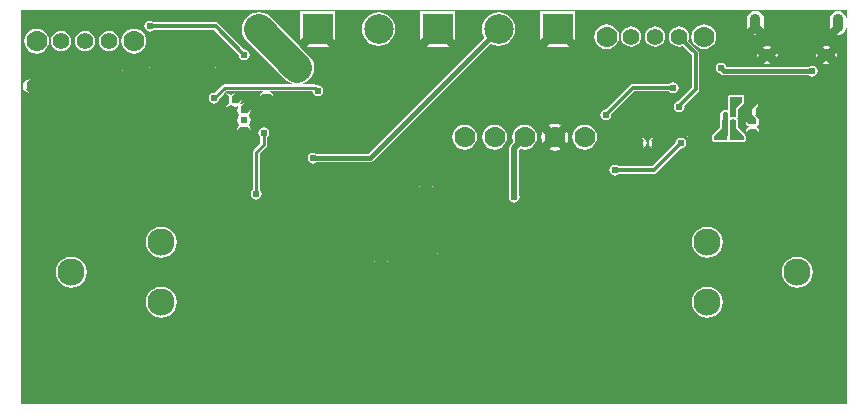
<source format=gbl>
G04 Layer_Physical_Order=2*
G04 Layer_Color=11436288*
%FSLAX25Y25*%
%MOIN*%
G70*
G01*
G75*
%ADD37C,0.02000*%
%ADD38C,0.10000*%
%ADD41C,0.01000*%
%ADD42C,0.01600*%
%ADD44C,0.01400*%
%ADD45C,0.01200*%
%ADD51C,0.01575*%
%ADD52C,0.07000*%
%ADD53O,0.04921X0.03740*%
%ADD54O,0.03543X0.06102*%
%ADD55C,0.05500*%
%ADD56C,0.09055*%
%ADD57C,0.01400*%
%ADD58R,0.09843X0.09843*%
%ADD59C,0.09843*%
%ADD60C,0.02400*%
G36*
X408500Y294500D02*
X133000D01*
Y426000D01*
X408500D01*
Y294500D01*
D02*
G37*
%LPC*%
G36*
X306934Y385444D02*
X306616Y384675D01*
X306461Y383500D01*
X306616Y382325D01*
X306934Y381556D01*
X308879Y383500D01*
X306934Y385444D01*
D02*
G37*
G36*
X223000Y379879D02*
X222898Y379777D01*
X223000Y379757D01*
X223101Y379777D01*
X223000Y379879D01*
D02*
G37*
G36*
X343792Y383248D02*
X343468Y383184D01*
X342877Y382789D01*
X342482Y382197D01*
X342343Y381500D01*
X342482Y380802D01*
X342877Y380211D01*
X343468Y379816D01*
X343792Y379752D01*
X343105Y380439D01*
X344165Y381500D01*
X343105Y382561D01*
X343792Y383248D01*
D02*
G37*
G36*
X315065Y385444D02*
X313121Y383500D01*
X315065Y381556D01*
X315384Y382325D01*
X315539Y383500D01*
X315384Y384675D01*
X315065Y385444D01*
D02*
G37*
G36*
X225223Y382101D02*
X225121Y382000D01*
X225223Y381898D01*
X225243Y382000D01*
X225223Y382101D01*
D02*
G37*
G36*
X220777D02*
X220757Y382000D01*
X220777Y381898D01*
X220879Y382000D01*
X220777Y382101D01*
D02*
G37*
G36*
X357499Y381678D02*
X357397Y381576D01*
X357499Y381556D01*
X357601Y381576D01*
X357499Y381678D01*
D02*
G37*
G36*
X340208Y383248D02*
X340895Y382561D01*
X339835Y381500D01*
X340895Y380439D01*
X340208Y379752D01*
X340532Y379816D01*
X341123Y380211D01*
X341518Y380802D01*
X341657Y381500D01*
X341518Y382197D01*
X341123Y382789D01*
X340532Y383184D01*
X340208Y383248D01*
D02*
G37*
G36*
X281000Y387635D02*
X279930Y387494D01*
X278932Y387081D01*
X278076Y386424D01*
X277419Y385568D01*
X277006Y384570D01*
X276865Y383500D01*
X277006Y382430D01*
X277419Y381432D01*
X278076Y380576D01*
X278932Y379919D01*
X279930Y379505D01*
X281000Y379365D01*
X282070Y379505D01*
X283068Y379919D01*
X283924Y380576D01*
X284581Y381432D01*
X284994Y382430D01*
X285135Y383500D01*
X284994Y384570D01*
X284581Y385568D01*
X283924Y386424D01*
X283068Y387081D01*
X282070Y387494D01*
X281000Y387635D01*
D02*
G37*
G36*
X311000Y381379D02*
X309056Y379434D01*
X309825Y379116D01*
X311000Y378961D01*
X312175Y379116D01*
X312944Y379434D01*
X311000Y381379D01*
D02*
G37*
G36*
X352232Y373243D02*
X352131Y373223D01*
X352232Y373121D01*
X352334Y373223D01*
X352232Y373243D01*
D02*
G37*
G36*
X291000Y387635D02*
X289930Y387494D01*
X288932Y387081D01*
X288076Y386424D01*
X287419Y385568D01*
X287005Y384570D01*
X286865Y383500D01*
X287005Y382430D01*
X287419Y381432D01*
X288076Y380576D01*
X288932Y379919D01*
X289930Y379505D01*
X291000Y379365D01*
X292070Y379505D01*
X293068Y379919D01*
X293924Y380576D01*
X294581Y381432D01*
X294994Y382430D01*
X295135Y383500D01*
X294994Y384570D01*
X294581Y385568D01*
X293924Y386424D01*
X293068Y387081D01*
X292070Y387494D01*
X291000Y387635D01*
D02*
G37*
G36*
X353000Y383335D02*
X352298Y383195D01*
X351702Y382798D01*
X351304Y382202D01*
X351165Y381500D01*
X351182Y381412D01*
X343493Y373724D01*
X332347D01*
X332298Y373798D01*
X331702Y374196D01*
X331000Y374335D01*
X330298Y374196D01*
X329702Y373798D01*
X329304Y373202D01*
X329165Y372500D01*
X329304Y371798D01*
X329702Y371202D01*
X330298Y370804D01*
X331000Y370665D01*
X331702Y370804D01*
X332298Y371202D01*
X332347Y371276D01*
X344000D01*
X344468Y371370D01*
X344865Y371635D01*
X352912Y379682D01*
X353000Y379665D01*
X353702Y379804D01*
X354298Y380202D01*
X354696Y380798D01*
X354835Y381500D01*
X354696Y382202D01*
X354298Y382798D01*
X353702Y383195D01*
X353000Y383335D01*
D02*
G37*
G36*
X321000Y387635D02*
X319930Y387494D01*
X318932Y387081D01*
X318076Y386424D01*
X317419Y385568D01*
X317005Y384570D01*
X316865Y383500D01*
X317005Y382430D01*
X317419Y381432D01*
X318076Y380576D01*
X318932Y379919D01*
X319930Y379505D01*
X321000Y379365D01*
X322070Y379505D01*
X323068Y379919D01*
X323924Y380576D01*
X324581Y381432D01*
X324994Y382430D01*
X325135Y383500D01*
X324994Y384570D01*
X324581Y385568D01*
X323924Y386424D01*
X323068Y387081D01*
X322070Y387494D01*
X321000Y387635D01*
D02*
G37*
G36*
X301000D02*
X299930Y387494D01*
X298932Y387081D01*
X298076Y386424D01*
X297419Y385568D01*
X297006Y384570D01*
X296865Y383500D01*
X297006Y382430D01*
X297186Y381993D01*
X296346Y381153D01*
X295993Y380624D01*
X295869Y380000D01*
Y364298D01*
X295804Y364202D01*
X295665Y363500D01*
X295804Y362798D01*
X296202Y362202D01*
X296798Y361804D01*
X297500Y361665D01*
X298202Y361804D01*
X298798Y362202D01*
X299196Y362798D01*
X299335Y363500D01*
X299196Y364202D01*
X299131Y364298D01*
Y379324D01*
X299493Y379686D01*
X299930Y379505D01*
X301000Y379365D01*
X302070Y379505D01*
X303068Y379919D01*
X303924Y380576D01*
X304581Y381432D01*
X304994Y382430D01*
X305135Y383500D01*
X304994Y384570D01*
X304581Y385568D01*
X303924Y386424D01*
X303068Y387081D01*
X302070Y387494D01*
X301000Y387635D01*
D02*
G37*
G36*
X338223Y386389D02*
X338121Y386287D01*
X338223Y386186D01*
X338243Y386287D01*
X338223Y386389D01*
D02*
G37*
G36*
X333777D02*
X333757Y386287D01*
X333777Y386186D01*
X333879Y386287D01*
X333777Y386389D01*
D02*
G37*
G36*
X357499Y386042D02*
X357397Y386022D01*
X357499Y385920D01*
X357601Y386022D01*
X357499Y386042D01*
D02*
G37*
G36*
X378879Y394901D02*
X377717Y393738D01*
X376555Y392576D01*
X376657Y392556D01*
X376917Y392608D01*
X376756Y391799D01*
X376906Y391042D01*
X376882Y391038D01*
X378044Y389875D01*
X375923Y387754D01*
X374760Y388916D01*
X374740Y388815D01*
X374911Y387956D01*
X375397Y387229D01*
X375662Y387052D01*
X375413Y386885D01*
X374927Y386157D01*
X374756Y385299D01*
X374776Y385197D01*
X375938Y386360D01*
X376999Y385299D01*
X378060Y386360D01*
X379222Y385197D01*
X379242Y385299D01*
X379071Y386157D01*
X378585Y386885D01*
X378320Y387062D01*
X378569Y387229D01*
X379056Y387956D01*
X379226Y388815D01*
X379076Y389571D01*
X379101Y389576D01*
X377938Y390738D01*
X378999Y391799D01*
X377938Y392860D01*
X379101Y394022D01*
X378999Y394042D01*
X378739Y393990D01*
X378900Y394799D01*
X378879Y394901D01*
D02*
G37*
G36*
X354277Y391102D02*
X354257Y391000D01*
X354277Y390898D01*
X354379Y391000D01*
X354277Y391102D01*
D02*
G37*
G36*
X356500Y388879D02*
X356398Y388777D01*
X356500Y388757D01*
X356602Y388777D01*
X356500Y388879D01*
D02*
G37*
G36*
X336000Y388530D02*
X335898Y388510D01*
X336000Y388409D01*
X336102Y388510D01*
X336000Y388530D01*
D02*
G37*
G36*
X207429Y394743D02*
X206571Y394572D01*
X205843Y394086D01*
X205357Y393358D01*
X205186Y392500D01*
X205357Y391642D01*
X205843Y390914D01*
X205966Y390831D01*
X205788Y390712D01*
X205302Y389984D01*
X205131Y389126D01*
X205302Y388267D01*
X205788Y387540D01*
X205805Y387529D01*
X205357Y386858D01*
X205186Y386000D01*
X205206Y385898D01*
X206368Y387061D01*
X207429Y386000D01*
X208490Y387061D01*
X209652Y385898D01*
X209672Y386000D01*
X209501Y386858D01*
X209015Y387586D01*
X208998Y387597D01*
X209446Y388267D01*
X209617Y389126D01*
X209446Y389984D01*
X208960Y390712D01*
X208837Y390794D01*
X209015Y390914D01*
X209501Y391642D01*
X209672Y392500D01*
X209652Y392601D01*
X208490Y391439D01*
X206368Y393561D01*
X207531Y394723D01*
X207429Y394743D01*
D02*
G37*
G36*
X359722Y383901D02*
X359620Y383799D01*
X359722Y383697D01*
X359742Y383799D01*
X359722Y383901D01*
D02*
G37*
G36*
X355276D02*
X355256Y383799D01*
X355276Y383697D01*
X355378Y383799D01*
X355276Y383901D01*
D02*
G37*
G36*
X376999Y383178D02*
X376897Y383076D01*
X376999Y383056D01*
X377101Y383076D01*
X376999Y383178D01*
D02*
G37*
G36*
X207429Y383879D02*
X207328Y383777D01*
X207429Y383757D01*
X207531Y383777D01*
X207429Y383879D01*
D02*
G37*
G36*
X311000Y388039D02*
X309825Y387884D01*
X309056Y387565D01*
X311000Y385621D01*
X312944Y387565D01*
X312175Y387884D01*
X311000Y388039D01*
D02*
G37*
G36*
X223000Y384243D02*
X222898Y384223D01*
X223000Y384121D01*
X223101Y384223D01*
X223000Y384243D01*
D02*
G37*
G36*
X336000Y384166D02*
X335898Y384064D01*
X336000Y384044D01*
X336102Y384064D01*
X336000Y384166D01*
D02*
G37*
G36*
X179882Y353672D02*
X178543Y353496D01*
X177296Y352979D01*
X176225Y352157D01*
X175403Y351086D01*
X174886Y349839D01*
X174710Y348500D01*
X174886Y347161D01*
X175403Y345914D01*
X176225Y344843D01*
X177296Y344021D01*
X178543Y343504D01*
X179882Y343328D01*
X181220Y343504D01*
X182468Y344021D01*
X183539Y344843D01*
X184361Y345914D01*
X184878Y347161D01*
X185054Y348500D01*
X184878Y349839D01*
X184361Y351086D01*
X183539Y352157D01*
X182468Y352979D01*
X181220Y353496D01*
X179882Y353672D01*
D02*
G37*
G36*
X274266Y342601D02*
X274165Y342500D01*
X274266Y342398D01*
X274286Y342500D01*
X274266Y342601D01*
D02*
G37*
G36*
X269820D02*
X269800Y342500D01*
X269820Y342398D01*
X269922Y342500D01*
X269820Y342601D01*
D02*
G37*
G36*
X361882Y353672D02*
X360543Y353496D01*
X359296Y352979D01*
X358225Y352157D01*
X357403Y351086D01*
X356886Y349839D01*
X356710Y348500D01*
X356886Y347161D01*
X357403Y345914D01*
X358225Y344843D01*
X359296Y344021D01*
X360543Y343504D01*
X361882Y343328D01*
X363221Y343504D01*
X364468Y344021D01*
X365539Y344843D01*
X366361Y345914D01*
X366878Y347161D01*
X367054Y348500D01*
X366878Y349839D01*
X366361Y351086D01*
X365539Y352157D01*
X364468Y352979D01*
X363221Y353496D01*
X361882Y353672D01*
D02*
G37*
G36*
X268500Y350379D02*
X268398Y350277D01*
X268500Y350257D01*
X268601Y350277D01*
X268500Y350379D01*
D02*
G37*
G36*
X272043Y344743D02*
X271942Y344723D01*
X272043Y344621D01*
X272145Y344723D01*
X272043Y344743D01*
D02*
G37*
G36*
X253144Y344387D02*
X253043Y344367D01*
X253144Y344265D01*
X253246Y344367D01*
X253144Y344387D01*
D02*
G37*
G36*
X255367Y342246D02*
X255265Y342144D01*
X255367Y342042D01*
X255387Y342144D01*
X255367Y342246D01*
D02*
G37*
G36*
X149882Y343672D02*
X148543Y343496D01*
X147296Y342979D01*
X146225Y342157D01*
X145403Y341086D01*
X144886Y339839D01*
X144710Y338500D01*
X144886Y337161D01*
X145403Y335914D01*
X146225Y334843D01*
X147296Y334021D01*
X148543Y333504D01*
X149882Y333328D01*
X151221Y333504D01*
X152468Y334021D01*
X153539Y334843D01*
X154361Y335914D01*
X154877Y337161D01*
X155054Y338500D01*
X154877Y339839D01*
X154361Y341086D01*
X153539Y342157D01*
X152468Y342979D01*
X151221Y343496D01*
X149882Y343672D01*
D02*
G37*
G36*
X361882Y333672D02*
X360543Y333496D01*
X359296Y332979D01*
X358225Y332157D01*
X357403Y331086D01*
X356886Y329839D01*
X356710Y328500D01*
X356886Y327161D01*
X357403Y325914D01*
X358225Y324843D01*
X359296Y324021D01*
X360543Y323504D01*
X361882Y323328D01*
X363221Y323504D01*
X364468Y324021D01*
X365539Y324843D01*
X366361Y325914D01*
X366878Y327161D01*
X367054Y328500D01*
X366878Y329839D01*
X366361Y331086D01*
X365539Y332157D01*
X364468Y332979D01*
X363221Y333496D01*
X361882Y333672D01*
D02*
G37*
G36*
X179882D02*
X178543Y333496D01*
X177296Y332979D01*
X176225Y332157D01*
X175403Y331086D01*
X174886Y329839D01*
X174710Y328500D01*
X174886Y327161D01*
X175403Y325914D01*
X176225Y324843D01*
X177296Y324021D01*
X178543Y323504D01*
X179882Y323328D01*
X181220Y323504D01*
X182468Y324021D01*
X183539Y324843D01*
X184361Y325914D01*
X184878Y327161D01*
X185054Y328500D01*
X184878Y329839D01*
X184361Y331086D01*
X183539Y332157D01*
X182468Y332979D01*
X181220Y333496D01*
X179882Y333672D01*
D02*
G37*
G36*
X391882Y343672D02*
X390543Y343496D01*
X389296Y342979D01*
X388225Y342157D01*
X387403Y341086D01*
X386886Y339839D01*
X386710Y338500D01*
X386886Y337161D01*
X387403Y335914D01*
X388225Y334843D01*
X389296Y334021D01*
X390543Y333504D01*
X391882Y333328D01*
X393220Y333504D01*
X394468Y334021D01*
X395539Y334843D01*
X396361Y335914D01*
X396878Y337161D01*
X397054Y338500D01*
X396878Y339839D01*
X396361Y341086D01*
X395539Y342157D01*
X394468Y342979D01*
X393220Y343496D01*
X391882Y343672D01*
D02*
G37*
G36*
X250921Y342246D02*
X250901Y342144D01*
X250921Y342042D01*
X251023Y342144D01*
X250921Y342246D01*
D02*
G37*
G36*
X272043Y340379D02*
X271942Y340277D01*
X272043Y340257D01*
X272145Y340277D01*
X272043Y340379D01*
D02*
G37*
G36*
X253144Y340023D02*
X253043Y339921D01*
X253144Y339901D01*
X253246Y339921D01*
X253144Y340023D01*
D02*
G37*
G36*
X270341Y367220D02*
X270239Y367118D01*
X270341Y367017D01*
X270361Y367118D01*
X270341Y367220D01*
D02*
G37*
G36*
X265895D02*
X265875Y367118D01*
X265895Y367017D01*
X265997Y367118D01*
X265895Y367220D01*
D02*
G37*
G36*
X268118Y364997D02*
X268017Y364895D01*
X268118Y364875D01*
X268220Y364895D01*
X268118Y364997D01*
D02*
G37*
G36*
X352232Y368879D02*
X352131Y368777D01*
X352232Y368757D01*
X352334Y368777D01*
X352232Y368879D01*
D02*
G37*
G36*
X354455Y371101D02*
X354353Y371000D01*
X354455Y370898D01*
X354475Y371000D01*
X354455Y371101D01*
D02*
G37*
G36*
X350009D02*
X349989Y371000D01*
X350009Y370898D01*
X350111Y371000D01*
X350009Y371101D01*
D02*
G37*
G36*
X268118Y369361D02*
X268017Y369341D01*
X268118Y369239D01*
X268220Y369341D01*
X268118Y369361D01*
D02*
G37*
G36*
X241500Y363086D02*
X241398Y363065D01*
X241500Y362964D01*
X241601Y363065D01*
X241500Y363086D01*
D02*
G37*
G36*
X268500Y354743D02*
X268398Y354723D01*
X268500Y354621D01*
X268601Y354723D01*
X268500Y354743D01*
D02*
G37*
G36*
X270723Y352602D02*
X270621Y352500D01*
X270723Y352398D01*
X270743Y352500D01*
X270723Y352602D01*
D02*
G37*
G36*
X266277D02*
X266257Y352500D01*
X266277Y352398D01*
X266379Y352500D01*
X266277Y352602D01*
D02*
G37*
G36*
X241500Y358721D02*
X241398Y358620D01*
X241500Y358599D01*
X241601Y358620D01*
X241500Y358721D01*
D02*
G37*
G36*
X214000Y386835D02*
X213298Y386696D01*
X212702Y386298D01*
X212304Y385702D01*
X212165Y385000D01*
X212304Y384298D01*
X212702Y383702D01*
X212878Y383584D01*
Y381465D01*
X210707Y379293D01*
X210464Y378929D01*
X210378Y378500D01*
X210378Y378500D01*
Y365915D01*
X210202Y365798D01*
X209804Y365202D01*
X209665Y364500D01*
X209804Y363798D01*
X210202Y363202D01*
X210798Y362804D01*
X211500Y362665D01*
X212202Y362804D01*
X212798Y363202D01*
X213195Y363798D01*
X213335Y364500D01*
X213195Y365202D01*
X212798Y365798D01*
X212621Y365915D01*
Y378035D01*
X214793Y380207D01*
X214793Y380207D01*
X215036Y380571D01*
X215122Y381000D01*
Y383584D01*
X215298Y383702D01*
X215696Y384298D01*
X215835Y385000D01*
X215696Y385702D01*
X215298Y386298D01*
X214702Y386696D01*
X214000Y386835D01*
D02*
G37*
G36*
X243723Y360944D02*
X243621Y360842D01*
X243723Y360741D01*
X243743Y360842D01*
X243723Y360944D01*
D02*
G37*
G36*
X239277D02*
X239257Y360842D01*
X239277Y360741D01*
X239379Y360842D01*
X239277Y360944D01*
D02*
G37*
G36*
X358723Y391102D02*
X358621Y391000D01*
X358723Y390898D01*
X358743Y391000D01*
X358723Y391102D01*
D02*
G37*
G36*
X138300Y419635D02*
X137230Y419494D01*
X136232Y419081D01*
X135376Y418424D01*
X134719Y417568D01*
X134306Y416570D01*
X134165Y415500D01*
X134306Y414430D01*
X134719Y413432D01*
X135376Y412576D01*
X136232Y411919D01*
X137230Y411506D01*
X138300Y411365D01*
X139370Y411506D01*
X140368Y411919D01*
X141224Y412576D01*
X141881Y413432D01*
X142294Y414430D01*
X142435Y415500D01*
X142294Y416570D01*
X141881Y417568D01*
X141224Y418424D01*
X140368Y419081D01*
X139370Y419494D01*
X138300Y419635D01*
D02*
G37*
G36*
X170700D02*
X169630Y419494D01*
X168632Y419081D01*
X167776Y418424D01*
X167119Y417568D01*
X166706Y416570D01*
X166565Y415500D01*
X166706Y414430D01*
X167119Y413432D01*
X167776Y412576D01*
X168632Y411919D01*
X169630Y411506D01*
X170700Y411365D01*
X171770Y411506D01*
X172768Y411919D01*
X173624Y412576D01*
X174281Y413432D01*
X174694Y414430D01*
X174835Y415500D01*
X174694Y416570D01*
X174281Y417568D01*
X173624Y418424D01*
X172768Y419081D01*
X171770Y419494D01*
X170700Y419635D01*
D02*
G37*
G36*
X381874Y411413D02*
X381283Y410823D01*
X381874Y410232D01*
X382465Y410823D01*
X381874Y411413D01*
D02*
G37*
G36*
X401559D02*
X400969Y410823D01*
X401559Y410232D01*
X402150Y410823D01*
X401559Y411413D01*
D02*
G37*
G36*
X162500Y418879D02*
X161625Y418764D01*
X160810Y418426D01*
X160111Y417889D01*
X159574Y417189D01*
X159236Y416374D01*
X159121Y415500D01*
X159236Y414625D01*
X159574Y413810D01*
X160111Y413111D01*
X160810Y412574D01*
X161625Y412236D01*
X162500Y412121D01*
X163374Y412236D01*
X164189Y412574D01*
X164889Y413111D01*
X165426Y413810D01*
X165764Y414625D01*
X165879Y415500D01*
X165764Y416374D01*
X165426Y417189D01*
X164889Y417889D01*
X164189Y418426D01*
X163374Y418764D01*
X162500Y418879D01*
D02*
G37*
G36*
X382465Y413718D02*
X381283D01*
X380600Y413628D01*
X381874Y412354D01*
X383148Y413628D01*
X382465Y413718D01*
D02*
G37*
G36*
X146500Y418879D02*
X145625Y418764D01*
X144810Y418426D01*
X144111Y417889D01*
X143574Y417189D01*
X143236Y416374D01*
X143121Y415500D01*
X143236Y414625D01*
X143574Y413810D01*
X144111Y413111D01*
X144810Y412574D01*
X145625Y412236D01*
X146500Y412121D01*
X147374Y412236D01*
X148189Y412574D01*
X148889Y413111D01*
X149426Y413810D01*
X149764Y414625D01*
X149879Y415500D01*
X149764Y416374D01*
X149426Y417189D01*
X148889Y417889D01*
X148189Y418426D01*
X147374Y418764D01*
X146500Y418879D01*
D02*
G37*
G36*
X154500D02*
X153625Y418764D01*
X152811Y418426D01*
X152111Y417889D01*
X151574Y417189D01*
X151236Y416374D01*
X151121Y415500D01*
X151236Y414625D01*
X151574Y413810D01*
X152111Y413111D01*
X152811Y412574D01*
X153625Y412236D01*
X154500Y412121D01*
X155375Y412236D01*
X156189Y412574D01*
X156889Y413111D01*
X157426Y413810D01*
X157764Y414625D01*
X157879Y415500D01*
X157764Y416374D01*
X157426Y417189D01*
X156889Y417889D01*
X156189Y418426D01*
X155375Y418764D01*
X154500Y418879D01*
D02*
G37*
G36*
X401559Y409292D02*
X400285Y408018D01*
X400969Y407928D01*
X402150D01*
X402833Y408018D01*
X401559Y409292D01*
D02*
G37*
G36*
X176000Y422335D02*
X175298Y422195D01*
X174702Y421798D01*
X174304Y421202D01*
X174165Y420500D01*
X174304Y419798D01*
X174702Y419202D01*
X175298Y418804D01*
X176000Y418665D01*
X176702Y418804D01*
X177256Y419174D01*
X197451D01*
X205674Y410951D01*
X205804Y410298D01*
X206202Y409702D01*
X206798Y409304D01*
X207500Y409165D01*
X208202Y409304D01*
X208798Y409702D01*
X209195Y410298D01*
X209335Y411000D01*
X209195Y411702D01*
X208798Y412298D01*
X208202Y412696D01*
X207549Y412825D01*
X198937Y421437D01*
X198507Y421725D01*
X198000Y421825D01*
X177256D01*
X176702Y422195D01*
X176000Y422335D01*
D02*
G37*
G36*
X354499Y407244D02*
X354397Y407224D01*
X354499Y407122D01*
X354601Y407224D01*
X354499Y407244D01*
D02*
G37*
G36*
X381874Y409292D02*
X380600Y408018D01*
X381283Y407928D01*
X382465D01*
X383148Y408018D01*
X381874Y409292D01*
D02*
G37*
G36*
X398164Y411506D02*
X398074Y410823D01*
X398164Y410139D01*
X398847Y410823D01*
X398164Y411506D01*
D02*
G37*
G36*
X404954D02*
X404271Y410823D01*
X404954Y410139D01*
X405044Y410823D01*
X404954Y411506D01*
D02*
G37*
G36*
X378479D02*
X378389Y410823D01*
X378479Y410139D01*
X379162Y410823D01*
X378479Y411506D01*
D02*
G37*
G36*
X385269D02*
X384586Y410823D01*
X385269Y410139D01*
X385359Y410823D01*
X385269Y411506D01*
D02*
G37*
G36*
X237921Y425421D02*
X226079D01*
Y415700D01*
X230939Y420561D01*
X232000Y419500D01*
X233061Y420561D01*
X237921Y415700D01*
Y425421D01*
D02*
G37*
G36*
X277921D02*
X266079D01*
Y415700D01*
X270939Y420561D01*
X272000Y419500D01*
X273061Y420561D01*
X277921Y415700D01*
Y425421D01*
D02*
G37*
G36*
X252315Y425069D02*
X250874Y424879D01*
X249531Y424323D01*
X248377Y423438D01*
X247492Y422284D01*
X246936Y420941D01*
X246746Y419500D01*
X246936Y418059D01*
X247492Y416715D01*
X248377Y415562D01*
X249531Y414677D01*
X250874Y414121D01*
X252315Y413931D01*
X253756Y414121D01*
X255099Y414677D01*
X256253Y415562D01*
X257138Y416715D01*
X257694Y418059D01*
X257884Y419500D01*
X257694Y420941D01*
X257138Y422284D01*
X256253Y423438D01*
X255099Y424323D01*
X253756Y424879D01*
X252315Y425069D01*
D02*
G37*
G36*
X292315D02*
X290874Y424879D01*
X289530Y424323D01*
X288377Y423438D01*
X287492Y422284D01*
X286936Y420941D01*
X286746Y419500D01*
X286936Y418059D01*
X287492Y416715D01*
X287501Y416704D01*
X248724Y377927D01*
X231604D01*
X231202Y378196D01*
X230500Y378335D01*
X229798Y378196D01*
X229202Y377798D01*
X228804Y377202D01*
X228665Y376500D01*
X228804Y375798D01*
X229202Y375202D01*
X229798Y374804D01*
X230500Y374665D01*
X231202Y374804D01*
X231604Y375073D01*
X249315D01*
X249315Y375073D01*
X249861Y375181D01*
X250324Y375491D01*
X289519Y414686D01*
X289530Y414677D01*
X290874Y414121D01*
X292315Y413931D01*
X293756Y414121D01*
X295099Y414677D01*
X296253Y415562D01*
X297138Y416715D01*
X297694Y418059D01*
X297884Y419500D01*
X297694Y420941D01*
X297138Y422284D01*
X296253Y423438D01*
X295099Y424323D01*
X293756Y424879D01*
X292315Y425069D01*
D02*
G37*
G36*
X405496Y425528D02*
X404773Y425432D01*
X404098Y425153D01*
X403519Y424709D01*
X403075Y424130D01*
X402796Y423456D01*
X402701Y422732D01*
Y420173D01*
X402779Y419577D01*
X404435Y421234D01*
X406557Y419112D01*
X404900Y417456D01*
X405496Y417378D01*
X406220Y417473D01*
X406894Y417752D01*
X407473Y418196D01*
X407917Y418775D01*
X408196Y419450D01*
X408292Y420173D01*
Y422732D01*
X408196Y423456D01*
X407917Y424130D01*
X407473Y424709D01*
X406894Y425153D01*
X406220Y425432D01*
X405496Y425528D01*
D02*
G37*
G36*
X377937D02*
X377213Y425432D01*
X376539Y425153D01*
X375960Y424709D01*
X375516Y424130D01*
X375237Y423456D01*
X375141Y422732D01*
Y420173D01*
X375220Y419577D01*
X376876Y421234D01*
X377937Y420173D01*
X378998Y421234D01*
X380654Y419577D01*
X380732Y420173D01*
Y422732D01*
X380637Y423456D01*
X380358Y424130D01*
X379914Y424709D01*
X379335Y425153D01*
X378660Y425432D01*
X377937Y425528D01*
D02*
G37*
G36*
X317921Y425421D02*
X306079D01*
Y415700D01*
X310939Y420561D01*
X312000Y419500D01*
X313061Y420561D01*
X317921Y415700D01*
Y425421D01*
D02*
G37*
G36*
X377937Y418052D02*
X377341Y417456D01*
X377937Y417378D01*
X378533Y417456D01*
X377937Y418052D01*
D02*
G37*
G36*
X360700Y421135D02*
X359630Y420994D01*
X358632Y420581D01*
X357776Y419924D01*
X357119Y419068D01*
X356705Y418070D01*
X356565Y417000D01*
X356705Y415930D01*
X357119Y414932D01*
X357776Y414076D01*
X358632Y413419D01*
X359630Y413005D01*
X360700Y412865D01*
X361770Y413005D01*
X362768Y413419D01*
X363624Y414076D01*
X364281Y414932D01*
X364694Y415930D01*
X364835Y417000D01*
X364694Y418070D01*
X364281Y419068D01*
X363624Y419924D01*
X362768Y420581D01*
X361770Y420994D01*
X360700Y421135D01*
D02*
G37*
G36*
X232000Y417379D02*
X228200Y413579D01*
X235800D01*
X232000Y417379D01*
D02*
G37*
G36*
X402150Y413718D02*
X400969D01*
X400285Y413628D01*
X401559Y412354D01*
X402833Y413628D01*
X402150Y413718D01*
D02*
G37*
G36*
X328300Y421135D02*
X327230Y420994D01*
X326232Y420581D01*
X325376Y419924D01*
X324719Y419068D01*
X324306Y418070D01*
X324165Y417000D01*
X324306Y415930D01*
X324719Y414932D01*
X325376Y414076D01*
X326232Y413419D01*
X327230Y413005D01*
X328300Y412865D01*
X329370Y413005D01*
X330368Y413419D01*
X331224Y414076D01*
X331881Y414932D01*
X332294Y415930D01*
X332435Y417000D01*
X332294Y418070D01*
X331881Y419068D01*
X331224Y419924D01*
X330368Y420581D01*
X329370Y420994D01*
X328300Y421135D01*
D02*
G37*
G36*
X336500Y420379D02*
X335625Y420264D01*
X334810Y419926D01*
X334111Y419389D01*
X333574Y418689D01*
X333236Y417874D01*
X333121Y417000D01*
X333236Y416125D01*
X333574Y415310D01*
X334111Y414611D01*
X334810Y414074D01*
X335625Y413736D01*
X336500Y413621D01*
X337374Y413736D01*
X338189Y414074D01*
X338889Y414611D01*
X339426Y415310D01*
X339764Y416125D01*
X339879Y417000D01*
X339764Y417874D01*
X339426Y418689D01*
X338889Y419389D01*
X338189Y419926D01*
X337374Y420264D01*
X336500Y420379D01*
D02*
G37*
G36*
X344500D02*
X343625Y420264D01*
X342811Y419926D01*
X342111Y419389D01*
X341574Y418689D01*
X341236Y417874D01*
X341121Y417000D01*
X341236Y416125D01*
X341574Y415310D01*
X342111Y414611D01*
X342811Y414074D01*
X343625Y413736D01*
X344500Y413621D01*
X345374Y413736D01*
X346189Y414074D01*
X346889Y414611D01*
X347426Y415310D01*
X347764Y416125D01*
X347879Y417000D01*
X347764Y417874D01*
X347426Y418689D01*
X346889Y419389D01*
X346189Y419926D01*
X345374Y420264D01*
X344500Y420379D01*
D02*
G37*
G36*
X272000Y417379D02*
X268200Y413579D01*
X275800D01*
X272000Y417379D01*
D02*
G37*
G36*
X312000D02*
X308200Y413579D01*
X315800D01*
X312000Y417379D01*
D02*
G37*
G36*
X136000Y402743D02*
X135142Y402572D01*
X134414Y402086D01*
X133928Y401358D01*
X133757Y400500D01*
X133928Y399642D01*
X134414Y398914D01*
X135142Y398428D01*
X136000Y398257D01*
X136101Y398277D01*
X134939Y399439D01*
X136000Y400500D01*
X134939Y401561D01*
X136101Y402723D01*
X136000Y402743D01*
D02*
G37*
G36*
X350500Y401835D02*
X349798Y401695D01*
X349202Y401298D01*
X349153Y401224D01*
X337000D01*
X336532Y401130D01*
X336135Y400865D01*
X328087Y392818D01*
X328000Y392835D01*
X327298Y392695D01*
X326702Y392298D01*
X326304Y391702D01*
X326165Y391000D01*
X326304Y390298D01*
X326702Y389702D01*
X327298Y389304D01*
X328000Y389165D01*
X328702Y389304D01*
X329298Y389702D01*
X329696Y390298D01*
X329835Y391000D01*
X329818Y391088D01*
X337507Y398776D01*
X349153D01*
X349202Y398702D01*
X349798Y398304D01*
X350500Y398165D01*
X351202Y398304D01*
X351798Y398702D01*
X352196Y399298D01*
X352335Y400000D01*
X352196Y400702D01*
X351798Y401298D01*
X351202Y401695D01*
X350500Y401835D01*
D02*
G37*
G36*
X204500Y398172D02*
X203642Y398001D01*
X203000Y397573D01*
X202358Y398001D01*
X201500Y398172D01*
X201398Y398152D01*
X202561Y396990D01*
X201500Y395929D01*
X202561Y394868D01*
X201398Y393706D01*
X201500Y393686D01*
X202358Y393857D01*
X203000Y394285D01*
X203642Y393857D01*
X204500Y393686D01*
X205358Y393857D01*
X206086Y394343D01*
X206572Y395071D01*
X206743Y395929D01*
X206723Y396031D01*
X205561Y394868D01*
X203439Y396990D01*
X204602Y398152D01*
X204500Y398172D01*
D02*
G37*
G36*
X138223Y400601D02*
X138121Y400500D01*
X138223Y400398D01*
X138243Y400500D01*
X138223Y400601D01*
D02*
G37*
G36*
X176000Y402379D02*
X175898Y402277D01*
X176000Y402257D01*
X176102Y402277D01*
X176000Y402379D01*
D02*
G37*
G36*
X167000Y401379D02*
X166898Y401277D01*
X167000Y401257D01*
X167102Y401277D01*
X167000Y401379D01*
D02*
G37*
G36*
X212315Y425148D02*
X210853Y424956D01*
X209491Y424392D01*
X208321Y423494D01*
X207423Y422324D01*
X206859Y420962D01*
X206667Y419500D01*
X206859Y418038D01*
X207423Y416676D01*
X208321Y415506D01*
X221164Y402664D01*
X222333Y401766D01*
X223695Y401202D01*
X224304Y401122D01*
X201000D01*
X201000Y401122D01*
X200571Y401036D01*
X200207Y400793D01*
X200207Y400793D01*
X197708Y398294D01*
X197500Y398335D01*
X196798Y398196D01*
X196202Y397798D01*
X195804Y397202D01*
X195665Y396500D01*
X195804Y395798D01*
X196202Y395202D01*
X196798Y394804D01*
X197500Y394665D01*
X198202Y394804D01*
X198798Y395202D01*
X199196Y395798D01*
X199335Y396500D01*
X199294Y396708D01*
X199536Y396950D01*
X199428Y396788D01*
X199295Y396123D01*
X200719Y398017D01*
X200642Y398001D01*
X200479Y397893D01*
X201465Y398878D01*
X213851D01*
X213414Y398586D01*
X212928Y397858D01*
X212757Y397000D01*
X212777Y396898D01*
X213939Y398061D01*
X215000Y397000D01*
X216061Y398061D01*
X217223Y396898D01*
X217243Y397000D01*
X217072Y397858D01*
X216586Y398586D01*
X216148Y398878D01*
X230189D01*
X230304Y398298D01*
X230702Y397702D01*
X231298Y397304D01*
X232000Y397165D01*
X232702Y397304D01*
X233298Y397702D01*
X233696Y398298D01*
X233835Y399000D01*
X233696Y399702D01*
X233298Y400298D01*
X232702Y400696D01*
X232000Y400835D01*
X231792Y400794D01*
X231429Y401036D01*
X231000Y401122D01*
X231000Y401122D01*
X226011D01*
X226619Y401202D01*
X227982Y401766D01*
X229151Y402664D01*
X230049Y403833D01*
X230613Y405196D01*
X230806Y406657D01*
X230613Y408119D01*
X230049Y409482D01*
X229151Y410651D01*
X226224Y413579D01*
X226224D01*
X226079Y413724D01*
Y413724D01*
X216309Y423494D01*
X215139Y424392D01*
X213777Y424956D01*
X212315Y425148D01*
D02*
G37*
G36*
X356500Y393243D02*
X356398Y393223D01*
X356500Y393121D01*
X356602Y393223D01*
X356500Y393243D01*
D02*
G37*
G36*
X373500Y397646D02*
X369501D01*
X369041Y397456D01*
X368851Y396996D01*
Y396406D01*
X368746Y395877D01*
Y392015D01*
X368631Y392187D01*
X368168Y392496D01*
X367622Y392605D01*
X367075Y392496D01*
X366612Y392187D01*
X366303Y391723D01*
X366194Y391177D01*
Y389653D01*
X366048Y389301D01*
Y386770D01*
X363539Y384260D01*
X363348Y383801D01*
Y382601D01*
X363539Y382142D01*
X363998Y381951D01*
X368498D01*
X368957Y382142D01*
X368999Y382242D01*
X369041Y382141D01*
X369500Y381950D01*
X374000D01*
X374459Y382141D01*
X374649Y382600D01*
Y383800D01*
X374459Y384259D01*
X372008Y386710D01*
Y388420D01*
X371949Y388715D01*
Y389300D01*
X371759Y389759D01*
X371665Y389798D01*
X371760Y389837D01*
X371950Y390296D01*
Y390882D01*
X372009Y391176D01*
Y392886D01*
X373959Y394837D01*
X374149Y395296D01*
Y396996D01*
X373959Y397456D01*
X373500Y397646D01*
D02*
G37*
G36*
X352500Y420379D02*
X351625Y420264D01*
X350811Y419926D01*
X350111Y419389D01*
X349574Y418689D01*
X349236Y417874D01*
X349121Y417000D01*
X349236Y416125D01*
X349574Y415310D01*
X350111Y414611D01*
X350811Y414074D01*
X351625Y413736D01*
X352500Y413621D01*
X353375Y413736D01*
X353840Y413929D01*
X356776Y410993D01*
Y400007D01*
X352256Y395487D01*
X351798Y395395D01*
X351202Y394998D01*
X350804Y394402D01*
X350665Y393700D01*
X350804Y392998D01*
X351202Y392402D01*
X351798Y392004D01*
X352500Y391865D01*
X353202Y392004D01*
X353798Y392402D01*
X354195Y392998D01*
X354335Y393700D01*
X354268Y394038D01*
X358865Y398635D01*
X359130Y399032D01*
X359224Y399500D01*
Y411500D01*
X359130Y411968D01*
X358865Y412365D01*
X355571Y415660D01*
X355764Y416125D01*
X355879Y417000D01*
X355764Y417874D01*
X355426Y418689D01*
X354889Y419389D01*
X354189Y419926D01*
X353375Y420264D01*
X352500Y420379D01*
D02*
G37*
G36*
X374434Y394901D02*
X374413Y394799D01*
X374434Y394697D01*
X374535Y394799D01*
X374434Y394901D01*
D02*
G37*
G36*
X376657Y397042D02*
X376555Y397022D01*
X376657Y396920D01*
X376758Y397022D01*
X376657Y397042D01*
D02*
G37*
G36*
X199277Y396031D02*
X199257Y395929D01*
X199277Y395828D01*
X199379Y395929D01*
X199277Y396031D01*
D02*
G37*
G36*
X215000Y394879D02*
X214898Y394777D01*
X215000Y394757D01*
X215102Y394777D01*
X215000Y394879D01*
D02*
G37*
G36*
X381222Y391901D02*
X381120Y391799D01*
X381222Y391697D01*
X381242Y391799D01*
X381222Y391901D01*
D02*
G37*
G36*
X352276Y405102D02*
X352256Y405001D01*
X352276Y404899D01*
X352378Y405001D01*
X352276Y405102D01*
D02*
G37*
G36*
X200223Y404601D02*
X200121Y404500D01*
X200223Y404398D01*
X200243Y404500D01*
X200223Y404601D01*
D02*
G37*
G36*
X195777D02*
X195757Y404500D01*
X195777Y404398D01*
X195879Y404500D01*
X195777Y404601D01*
D02*
G37*
G36*
X356722Y405102D02*
X356620Y405001D01*
X356722Y404899D01*
X356742Y405001D01*
X356722Y405102D01*
D02*
G37*
G36*
X198000Y406743D02*
X197898Y406723D01*
X198000Y406621D01*
X198101Y406723D01*
X198000Y406743D01*
D02*
G37*
G36*
X176000D02*
X175898Y406723D01*
X176000Y406621D01*
X176102Y406723D01*
X176000Y406743D01*
D02*
G37*
G36*
X167000Y405743D02*
X166898Y405723D01*
X167000Y405621D01*
X167102Y405723D01*
X167000Y405743D01*
D02*
G37*
G36*
X178223Y404601D02*
X178121Y404500D01*
X178223Y404398D01*
X178243Y404500D01*
X178223Y404601D01*
D02*
G37*
G36*
X164777Y403602D02*
X164757Y403500D01*
X164777Y403398D01*
X164879Y403500D01*
X164777Y403602D01*
D02*
G37*
G36*
X354499Y402880D02*
X354397Y402778D01*
X354499Y402758D01*
X354601Y402778D01*
X354499Y402880D01*
D02*
G37*
G36*
X198000Y402379D02*
X197898Y402277D01*
X198000Y402257D01*
X198101Y402277D01*
X198000Y402379D01*
D02*
G37*
G36*
X173777Y404601D02*
X173757Y404500D01*
X173777Y404398D01*
X173879Y404500D01*
X173777Y404601D01*
D02*
G37*
G36*
X366500Y408335D02*
X365798Y408195D01*
X365202Y407798D01*
X364804Y407202D01*
X364665Y406500D01*
X364804Y405798D01*
X365202Y405202D01*
X365798Y404804D01*
X366271Y404710D01*
X366491Y404491D01*
X366491Y404491D01*
X366768Y404305D01*
X366954Y404181D01*
X367500Y404073D01*
X395731D01*
X396132Y403804D01*
X396835Y403665D01*
X397537Y403804D01*
X398132Y404202D01*
X398530Y404798D01*
X398670Y405500D01*
X398530Y406202D01*
X398132Y406798D01*
X397537Y407196D01*
X396835Y407335D01*
X396132Y407196D01*
X395731Y406927D01*
X368250D01*
X368196Y407202D01*
X367798Y407798D01*
X367202Y408195D01*
X366500Y408335D01*
D02*
G37*
G36*
X169223Y403602D02*
X169121Y403500D01*
X169223Y403398D01*
X169243Y403500D01*
X169223Y403602D01*
D02*
G37*
%LPD*%
G36*
X373500Y395296D02*
X371301Y393096D01*
Y390296D01*
X369501D01*
Y396996D01*
X373500D01*
Y395296D01*
D02*
G37*
G36*
X371300Y386500D02*
X374000Y383800D01*
Y382600D01*
X369500D01*
Y389300D01*
X371300D01*
Y386500D01*
D02*
G37*
G36*
X368498Y382601D02*
X363998D01*
Y383801D01*
X366698Y386501D01*
Y389301D01*
X368498D01*
Y382601D01*
D02*
G37*
D37*
X297500Y363500D02*
Y380000D01*
X301000Y383500D01*
X370377Y384623D02*
Y388420D01*
X370377Y391176D02*
Y395877D01*
D38*
X212315Y419500D02*
X225157Y406657D01*
D41*
X197500Y396500D02*
X201000Y400000D01*
X231000D01*
X232000Y399000D01*
X214000Y381000D02*
Y385000D01*
X211500Y364500D02*
Y378500D01*
X214000Y381000D01*
D42*
X367500Y405500D02*
X396835D01*
X366500Y406500D02*
X367500Y405500D01*
X367622Y384622D02*
Y391177D01*
X249315Y376500D02*
X292315Y419500D01*
X230500Y376500D02*
X249315D01*
D44*
X176000Y420500D02*
X198000D01*
X207500Y411000D01*
D45*
X337000Y400000D02*
X350500D01*
X328000Y391000D02*
X337000Y400000D01*
X352500Y417000D02*
X358000Y411500D01*
X331500Y372500D02*
X344000D01*
X353000Y381500D01*
X352350Y393850D02*
X358000Y399500D01*
Y411500D01*
D51*
X344165Y381500D02*
D03*
X339835D02*
D03*
D52*
X321000Y383500D02*
D03*
X311000D02*
D03*
X301000D02*
D03*
X291000D02*
D03*
X281000D02*
D03*
X328300Y417000D02*
D03*
X360700D02*
D03*
X170700Y415500D02*
D03*
X138300D02*
D03*
D53*
X381874Y410823D02*
D03*
X401559D02*
D03*
D54*
X405496Y421453D02*
D03*
X377937D02*
D03*
D55*
X336500Y417000D02*
D03*
X344500D02*
D03*
X352500D02*
D03*
X162500Y415500D02*
D03*
X154500D02*
D03*
X146500D02*
D03*
D56*
X391882Y338500D02*
D03*
X361882Y348500D02*
D03*
Y328500D02*
D03*
X149882Y338500D02*
D03*
X179882Y328500D02*
D03*
Y348500D02*
D03*
D57*
X367622Y391177D02*
D03*
X370377Y391176D02*
D03*
X370377Y388420D02*
D03*
X367621Y388421D02*
D03*
D58*
X312000Y419500D02*
D03*
X272000D02*
D03*
X232000D02*
D03*
D59*
X292315D02*
D03*
X252315D02*
D03*
X212315D02*
D03*
D60*
X253144Y342144D02*
D03*
X272043Y342500D02*
D03*
X268118Y367118D02*
D03*
X241500Y360842D02*
D03*
X207374Y389126D02*
D03*
X207429Y392500D02*
D03*
Y386000D02*
D03*
X204500Y395929D02*
D03*
X201500D02*
D03*
X357499Y383799D02*
D03*
X376999Y385299D02*
D03*
X376983Y388815D02*
D03*
X376657Y394799D02*
D03*
X378999Y391799D02*
D03*
X215000Y397000D02*
D03*
X223000Y382000D02*
D03*
X354499Y405001D02*
D03*
X352232Y371000D02*
D03*
X336000Y386287D02*
D03*
X396835Y405500D02*
D03*
X366500Y406500D02*
D03*
X167000Y403500D02*
D03*
X136000Y400500D02*
D03*
X176000Y404500D02*
D03*
X198000D02*
D03*
X176000Y420500D02*
D03*
X207500Y411000D02*
D03*
X224500Y404500D02*
D03*
X227000D02*
D03*
X232000Y399000D02*
D03*
X197500Y396500D02*
D03*
X297500Y363500D02*
D03*
X350500Y400000D02*
D03*
X328000Y391000D02*
D03*
X268500Y352500D02*
D03*
X331000Y372500D02*
D03*
X214000Y385000D02*
D03*
X211500Y364500D02*
D03*
X367000Y384500D02*
D03*
X371000D02*
D03*
X371300Y395500D02*
D03*
X356500Y391000D02*
D03*
X353000Y381500D02*
D03*
X352500Y393700D02*
D03*
X230500Y376500D02*
D03*
M02*

</source>
